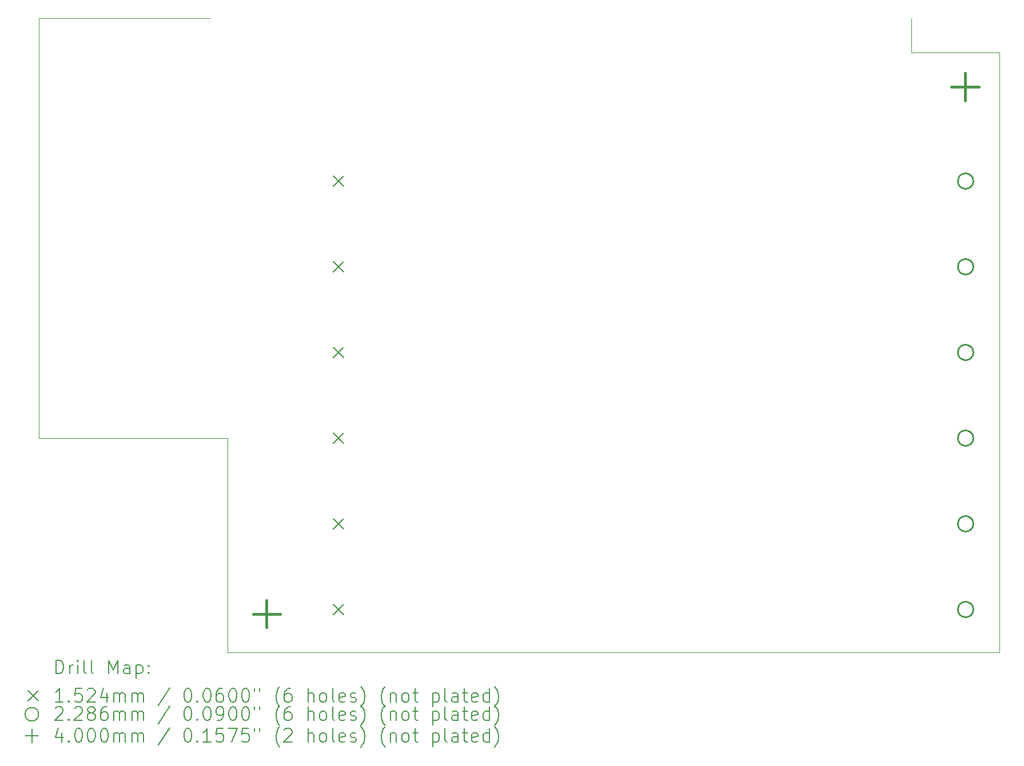
<source format=gbr>
%TF.GenerationSoftware,KiCad,Pcbnew,(6.0.7)*%
%TF.CreationDate,2022-10-12T10:44:46-05:00*%
%TF.ProjectId,CompaqPortableIIImemexp,436f6d70-6171-4506-9f72-7461626c6549,rev?*%
%TF.SameCoordinates,Original*%
%TF.FileFunction,Drillmap*%
%TF.FilePolarity,Positive*%
%FSLAX45Y45*%
G04 Gerber Fmt 4.5, Leading zero omitted, Abs format (unit mm)*
G04 Created by KiCad (PCBNEW (6.0.7)) date 2022-10-12 10:44:46*
%MOMM*%
%LPD*%
G01*
G04 APERTURE LIST*
%ADD10C,0.100000*%
%ADD11C,0.200000*%
%ADD12C,0.152400*%
%ADD13C,0.228600*%
%ADD14C,0.400000*%
G04 APERTURE END LIST*
D10*
X6604000Y-5461000D02*
X9144000Y-5461000D01*
X20828000Y-5969000D02*
X20828000Y-14859000D01*
X9398000Y-11684000D02*
X6604000Y-11684000D01*
X19522440Y-5969000D02*
X20828000Y-5969000D01*
X20828000Y-14859000D02*
X9398000Y-14859000D01*
X6604000Y-11684000D02*
X6604000Y-5461000D01*
X9398000Y-14859000D02*
X9398000Y-11684000D01*
X19522440Y-5969000D02*
X19522440Y-5461000D01*
D11*
D12*
X10966300Y-7797800D02*
X11118700Y-7950200D01*
X11118700Y-7797800D02*
X10966300Y-7950200D01*
X10966300Y-9067800D02*
X11118700Y-9220200D01*
X11118700Y-9067800D02*
X10966300Y-9220200D01*
X10966300Y-10337800D02*
X11118700Y-10490200D01*
X11118700Y-10337800D02*
X10966300Y-10490200D01*
X10966300Y-11607800D02*
X11118700Y-11760200D01*
X11118700Y-11607800D02*
X10966300Y-11760200D01*
X10966300Y-12877800D02*
X11118700Y-13030200D01*
X11118700Y-12877800D02*
X10966300Y-13030200D01*
X10966300Y-14147800D02*
X11118700Y-14300200D01*
X11118700Y-14147800D02*
X10966300Y-14300200D01*
D13*
X20440800Y-7874000D02*
G75*
G03*
X20440800Y-7874000I-114300J0D01*
G01*
X20440800Y-9144000D02*
G75*
G03*
X20440800Y-9144000I-114300J0D01*
G01*
X20440800Y-10414000D02*
G75*
G03*
X20440800Y-10414000I-114300J0D01*
G01*
X20440800Y-11684000D02*
G75*
G03*
X20440800Y-11684000I-114300J0D01*
G01*
X20440800Y-12954000D02*
G75*
G03*
X20440800Y-12954000I-114300J0D01*
G01*
X20440800Y-14224000D02*
G75*
G03*
X20440800Y-14224000I-114300J0D01*
G01*
D14*
X9976500Y-14087500D02*
X9976500Y-14487500D01*
X9776500Y-14287500D02*
X10176500Y-14287500D01*
X20320000Y-6277000D02*
X20320000Y-6677000D01*
X20120000Y-6477000D02*
X20520000Y-6477000D01*
D11*
X6856619Y-15174476D02*
X6856619Y-14974476D01*
X6904238Y-14974476D01*
X6932809Y-14984000D01*
X6951857Y-15003048D01*
X6961381Y-15022095D01*
X6970905Y-15060190D01*
X6970905Y-15088762D01*
X6961381Y-15126857D01*
X6951857Y-15145905D01*
X6932809Y-15164952D01*
X6904238Y-15174476D01*
X6856619Y-15174476D01*
X7056619Y-15174476D02*
X7056619Y-15041143D01*
X7056619Y-15079238D02*
X7066143Y-15060190D01*
X7075667Y-15050667D01*
X7094714Y-15041143D01*
X7113762Y-15041143D01*
X7180428Y-15174476D02*
X7180428Y-15041143D01*
X7180428Y-14974476D02*
X7170905Y-14984000D01*
X7180428Y-14993524D01*
X7189952Y-14984000D01*
X7180428Y-14974476D01*
X7180428Y-14993524D01*
X7304238Y-15174476D02*
X7285190Y-15164952D01*
X7275667Y-15145905D01*
X7275667Y-14974476D01*
X7409000Y-15174476D02*
X7389952Y-15164952D01*
X7380428Y-15145905D01*
X7380428Y-14974476D01*
X7637571Y-15174476D02*
X7637571Y-14974476D01*
X7704238Y-15117333D01*
X7770905Y-14974476D01*
X7770905Y-15174476D01*
X7951857Y-15174476D02*
X7951857Y-15069714D01*
X7942333Y-15050667D01*
X7923286Y-15041143D01*
X7885190Y-15041143D01*
X7866143Y-15050667D01*
X7951857Y-15164952D02*
X7932809Y-15174476D01*
X7885190Y-15174476D01*
X7866143Y-15164952D01*
X7856619Y-15145905D01*
X7856619Y-15126857D01*
X7866143Y-15107809D01*
X7885190Y-15098286D01*
X7932809Y-15098286D01*
X7951857Y-15088762D01*
X8047095Y-15041143D02*
X8047095Y-15241143D01*
X8047095Y-15050667D02*
X8066143Y-15041143D01*
X8104238Y-15041143D01*
X8123286Y-15050667D01*
X8132809Y-15060190D01*
X8142333Y-15079238D01*
X8142333Y-15136381D01*
X8132809Y-15155428D01*
X8123286Y-15164952D01*
X8104238Y-15174476D01*
X8066143Y-15174476D01*
X8047095Y-15164952D01*
X8228048Y-15155428D02*
X8237571Y-15164952D01*
X8228048Y-15174476D01*
X8218524Y-15164952D01*
X8228048Y-15155428D01*
X8228048Y-15174476D01*
X8228048Y-15050667D02*
X8237571Y-15060190D01*
X8228048Y-15069714D01*
X8218524Y-15060190D01*
X8228048Y-15050667D01*
X8228048Y-15069714D01*
D12*
X6446600Y-15427800D02*
X6599000Y-15580200D01*
X6599000Y-15427800D02*
X6446600Y-15580200D01*
D11*
X6961381Y-15594476D02*
X6847095Y-15594476D01*
X6904238Y-15594476D02*
X6904238Y-15394476D01*
X6885190Y-15423048D01*
X6866143Y-15442095D01*
X6847095Y-15451619D01*
X7047095Y-15575428D02*
X7056619Y-15584952D01*
X7047095Y-15594476D01*
X7037571Y-15584952D01*
X7047095Y-15575428D01*
X7047095Y-15594476D01*
X7237571Y-15394476D02*
X7142333Y-15394476D01*
X7132809Y-15489714D01*
X7142333Y-15480190D01*
X7161381Y-15470667D01*
X7209000Y-15470667D01*
X7228048Y-15480190D01*
X7237571Y-15489714D01*
X7247095Y-15508762D01*
X7247095Y-15556381D01*
X7237571Y-15575428D01*
X7228048Y-15584952D01*
X7209000Y-15594476D01*
X7161381Y-15594476D01*
X7142333Y-15584952D01*
X7132809Y-15575428D01*
X7323286Y-15413524D02*
X7332809Y-15404000D01*
X7351857Y-15394476D01*
X7399476Y-15394476D01*
X7418524Y-15404000D01*
X7428048Y-15413524D01*
X7437571Y-15432571D01*
X7437571Y-15451619D01*
X7428048Y-15480190D01*
X7313762Y-15594476D01*
X7437571Y-15594476D01*
X7609000Y-15461143D02*
X7609000Y-15594476D01*
X7561381Y-15384952D02*
X7513762Y-15527809D01*
X7637571Y-15527809D01*
X7713762Y-15594476D02*
X7713762Y-15461143D01*
X7713762Y-15480190D02*
X7723286Y-15470667D01*
X7742333Y-15461143D01*
X7770905Y-15461143D01*
X7789952Y-15470667D01*
X7799476Y-15489714D01*
X7799476Y-15594476D01*
X7799476Y-15489714D02*
X7809000Y-15470667D01*
X7828048Y-15461143D01*
X7856619Y-15461143D01*
X7875667Y-15470667D01*
X7885190Y-15489714D01*
X7885190Y-15594476D01*
X7980428Y-15594476D02*
X7980428Y-15461143D01*
X7980428Y-15480190D02*
X7989952Y-15470667D01*
X8009000Y-15461143D01*
X8037571Y-15461143D01*
X8056619Y-15470667D01*
X8066143Y-15489714D01*
X8066143Y-15594476D01*
X8066143Y-15489714D02*
X8075667Y-15470667D01*
X8094714Y-15461143D01*
X8123286Y-15461143D01*
X8142333Y-15470667D01*
X8151857Y-15489714D01*
X8151857Y-15594476D01*
X8542333Y-15384952D02*
X8370905Y-15642095D01*
X8799476Y-15394476D02*
X8818524Y-15394476D01*
X8837571Y-15404000D01*
X8847095Y-15413524D01*
X8856619Y-15432571D01*
X8866143Y-15470667D01*
X8866143Y-15518286D01*
X8856619Y-15556381D01*
X8847095Y-15575428D01*
X8837571Y-15584952D01*
X8818524Y-15594476D01*
X8799476Y-15594476D01*
X8780429Y-15584952D01*
X8770905Y-15575428D01*
X8761381Y-15556381D01*
X8751857Y-15518286D01*
X8751857Y-15470667D01*
X8761381Y-15432571D01*
X8770905Y-15413524D01*
X8780429Y-15404000D01*
X8799476Y-15394476D01*
X8951857Y-15575428D02*
X8961381Y-15584952D01*
X8951857Y-15594476D01*
X8942333Y-15584952D01*
X8951857Y-15575428D01*
X8951857Y-15594476D01*
X9085190Y-15394476D02*
X9104238Y-15394476D01*
X9123286Y-15404000D01*
X9132810Y-15413524D01*
X9142333Y-15432571D01*
X9151857Y-15470667D01*
X9151857Y-15518286D01*
X9142333Y-15556381D01*
X9132810Y-15575428D01*
X9123286Y-15584952D01*
X9104238Y-15594476D01*
X9085190Y-15594476D01*
X9066143Y-15584952D01*
X9056619Y-15575428D01*
X9047095Y-15556381D01*
X9037571Y-15518286D01*
X9037571Y-15470667D01*
X9047095Y-15432571D01*
X9056619Y-15413524D01*
X9066143Y-15404000D01*
X9085190Y-15394476D01*
X9323286Y-15394476D02*
X9285190Y-15394476D01*
X9266143Y-15404000D01*
X9256619Y-15413524D01*
X9237571Y-15442095D01*
X9228048Y-15480190D01*
X9228048Y-15556381D01*
X9237571Y-15575428D01*
X9247095Y-15584952D01*
X9266143Y-15594476D01*
X9304238Y-15594476D01*
X9323286Y-15584952D01*
X9332810Y-15575428D01*
X9342333Y-15556381D01*
X9342333Y-15508762D01*
X9332810Y-15489714D01*
X9323286Y-15480190D01*
X9304238Y-15470667D01*
X9266143Y-15470667D01*
X9247095Y-15480190D01*
X9237571Y-15489714D01*
X9228048Y-15508762D01*
X9466143Y-15394476D02*
X9485190Y-15394476D01*
X9504238Y-15404000D01*
X9513762Y-15413524D01*
X9523286Y-15432571D01*
X9532810Y-15470667D01*
X9532810Y-15518286D01*
X9523286Y-15556381D01*
X9513762Y-15575428D01*
X9504238Y-15584952D01*
X9485190Y-15594476D01*
X9466143Y-15594476D01*
X9447095Y-15584952D01*
X9437571Y-15575428D01*
X9428048Y-15556381D01*
X9418524Y-15518286D01*
X9418524Y-15470667D01*
X9428048Y-15432571D01*
X9437571Y-15413524D01*
X9447095Y-15404000D01*
X9466143Y-15394476D01*
X9656619Y-15394476D02*
X9675667Y-15394476D01*
X9694714Y-15404000D01*
X9704238Y-15413524D01*
X9713762Y-15432571D01*
X9723286Y-15470667D01*
X9723286Y-15518286D01*
X9713762Y-15556381D01*
X9704238Y-15575428D01*
X9694714Y-15584952D01*
X9675667Y-15594476D01*
X9656619Y-15594476D01*
X9637571Y-15584952D01*
X9628048Y-15575428D01*
X9618524Y-15556381D01*
X9609000Y-15518286D01*
X9609000Y-15470667D01*
X9618524Y-15432571D01*
X9628048Y-15413524D01*
X9637571Y-15404000D01*
X9656619Y-15394476D01*
X9799476Y-15394476D02*
X9799476Y-15432571D01*
X9875667Y-15394476D02*
X9875667Y-15432571D01*
X10170905Y-15670667D02*
X10161381Y-15661143D01*
X10142333Y-15632571D01*
X10132810Y-15613524D01*
X10123286Y-15584952D01*
X10113762Y-15537333D01*
X10113762Y-15499238D01*
X10123286Y-15451619D01*
X10132810Y-15423048D01*
X10142333Y-15404000D01*
X10161381Y-15375428D01*
X10170905Y-15365905D01*
X10332810Y-15394476D02*
X10294714Y-15394476D01*
X10275667Y-15404000D01*
X10266143Y-15413524D01*
X10247095Y-15442095D01*
X10237571Y-15480190D01*
X10237571Y-15556381D01*
X10247095Y-15575428D01*
X10256619Y-15584952D01*
X10275667Y-15594476D01*
X10313762Y-15594476D01*
X10332810Y-15584952D01*
X10342333Y-15575428D01*
X10351857Y-15556381D01*
X10351857Y-15508762D01*
X10342333Y-15489714D01*
X10332810Y-15480190D01*
X10313762Y-15470667D01*
X10275667Y-15470667D01*
X10256619Y-15480190D01*
X10247095Y-15489714D01*
X10237571Y-15508762D01*
X10589952Y-15594476D02*
X10589952Y-15394476D01*
X10675667Y-15594476D02*
X10675667Y-15489714D01*
X10666143Y-15470667D01*
X10647095Y-15461143D01*
X10618524Y-15461143D01*
X10599476Y-15470667D01*
X10589952Y-15480190D01*
X10799476Y-15594476D02*
X10780429Y-15584952D01*
X10770905Y-15575428D01*
X10761381Y-15556381D01*
X10761381Y-15499238D01*
X10770905Y-15480190D01*
X10780429Y-15470667D01*
X10799476Y-15461143D01*
X10828048Y-15461143D01*
X10847095Y-15470667D01*
X10856619Y-15480190D01*
X10866143Y-15499238D01*
X10866143Y-15556381D01*
X10856619Y-15575428D01*
X10847095Y-15584952D01*
X10828048Y-15594476D01*
X10799476Y-15594476D01*
X10980429Y-15594476D02*
X10961381Y-15584952D01*
X10951857Y-15565905D01*
X10951857Y-15394476D01*
X11132810Y-15584952D02*
X11113762Y-15594476D01*
X11075667Y-15594476D01*
X11056619Y-15584952D01*
X11047095Y-15565905D01*
X11047095Y-15489714D01*
X11056619Y-15470667D01*
X11075667Y-15461143D01*
X11113762Y-15461143D01*
X11132810Y-15470667D01*
X11142333Y-15489714D01*
X11142333Y-15508762D01*
X11047095Y-15527809D01*
X11218524Y-15584952D02*
X11237571Y-15594476D01*
X11275667Y-15594476D01*
X11294714Y-15584952D01*
X11304238Y-15565905D01*
X11304238Y-15556381D01*
X11294714Y-15537333D01*
X11275667Y-15527809D01*
X11247095Y-15527809D01*
X11228048Y-15518286D01*
X11218524Y-15499238D01*
X11218524Y-15489714D01*
X11228048Y-15470667D01*
X11247095Y-15461143D01*
X11275667Y-15461143D01*
X11294714Y-15470667D01*
X11370905Y-15670667D02*
X11380428Y-15661143D01*
X11399476Y-15632571D01*
X11409000Y-15613524D01*
X11418524Y-15584952D01*
X11428048Y-15537333D01*
X11428048Y-15499238D01*
X11418524Y-15451619D01*
X11409000Y-15423048D01*
X11399476Y-15404000D01*
X11380428Y-15375428D01*
X11370905Y-15365905D01*
X11732809Y-15670667D02*
X11723286Y-15661143D01*
X11704238Y-15632571D01*
X11694714Y-15613524D01*
X11685190Y-15584952D01*
X11675667Y-15537333D01*
X11675667Y-15499238D01*
X11685190Y-15451619D01*
X11694714Y-15423048D01*
X11704238Y-15404000D01*
X11723286Y-15375428D01*
X11732809Y-15365905D01*
X11809000Y-15461143D02*
X11809000Y-15594476D01*
X11809000Y-15480190D02*
X11818524Y-15470667D01*
X11837571Y-15461143D01*
X11866143Y-15461143D01*
X11885190Y-15470667D01*
X11894714Y-15489714D01*
X11894714Y-15594476D01*
X12018524Y-15594476D02*
X11999476Y-15584952D01*
X11989952Y-15575428D01*
X11980428Y-15556381D01*
X11980428Y-15499238D01*
X11989952Y-15480190D01*
X11999476Y-15470667D01*
X12018524Y-15461143D01*
X12047095Y-15461143D01*
X12066143Y-15470667D01*
X12075667Y-15480190D01*
X12085190Y-15499238D01*
X12085190Y-15556381D01*
X12075667Y-15575428D01*
X12066143Y-15584952D01*
X12047095Y-15594476D01*
X12018524Y-15594476D01*
X12142333Y-15461143D02*
X12218524Y-15461143D01*
X12170905Y-15394476D02*
X12170905Y-15565905D01*
X12180428Y-15584952D01*
X12199476Y-15594476D01*
X12218524Y-15594476D01*
X12437571Y-15461143D02*
X12437571Y-15661143D01*
X12437571Y-15470667D02*
X12456619Y-15461143D01*
X12494714Y-15461143D01*
X12513762Y-15470667D01*
X12523286Y-15480190D01*
X12532809Y-15499238D01*
X12532809Y-15556381D01*
X12523286Y-15575428D01*
X12513762Y-15584952D01*
X12494714Y-15594476D01*
X12456619Y-15594476D01*
X12437571Y-15584952D01*
X12647095Y-15594476D02*
X12628048Y-15584952D01*
X12618524Y-15565905D01*
X12618524Y-15394476D01*
X12809000Y-15594476D02*
X12809000Y-15489714D01*
X12799476Y-15470667D01*
X12780428Y-15461143D01*
X12742333Y-15461143D01*
X12723286Y-15470667D01*
X12809000Y-15584952D02*
X12789952Y-15594476D01*
X12742333Y-15594476D01*
X12723286Y-15584952D01*
X12713762Y-15565905D01*
X12713762Y-15546857D01*
X12723286Y-15527809D01*
X12742333Y-15518286D01*
X12789952Y-15518286D01*
X12809000Y-15508762D01*
X12875667Y-15461143D02*
X12951857Y-15461143D01*
X12904238Y-15394476D02*
X12904238Y-15565905D01*
X12913762Y-15584952D01*
X12932809Y-15594476D01*
X12951857Y-15594476D01*
X13094714Y-15584952D02*
X13075667Y-15594476D01*
X13037571Y-15594476D01*
X13018524Y-15584952D01*
X13009000Y-15565905D01*
X13009000Y-15489714D01*
X13018524Y-15470667D01*
X13037571Y-15461143D01*
X13075667Y-15461143D01*
X13094714Y-15470667D01*
X13104238Y-15489714D01*
X13104238Y-15508762D01*
X13009000Y-15527809D01*
X13275667Y-15594476D02*
X13275667Y-15394476D01*
X13275667Y-15584952D02*
X13256619Y-15594476D01*
X13218524Y-15594476D01*
X13199476Y-15584952D01*
X13189952Y-15575428D01*
X13180428Y-15556381D01*
X13180428Y-15499238D01*
X13189952Y-15480190D01*
X13199476Y-15470667D01*
X13218524Y-15461143D01*
X13256619Y-15461143D01*
X13275667Y-15470667D01*
X13351857Y-15670667D02*
X13361381Y-15661143D01*
X13380428Y-15632571D01*
X13389952Y-15613524D01*
X13399476Y-15584952D01*
X13409000Y-15537333D01*
X13409000Y-15499238D01*
X13399476Y-15451619D01*
X13389952Y-15423048D01*
X13380428Y-15404000D01*
X13361381Y-15375428D01*
X13351857Y-15365905D01*
X6599000Y-15776400D02*
G75*
G03*
X6599000Y-15776400I-100000J0D01*
G01*
X6847095Y-15685924D02*
X6856619Y-15676400D01*
X6875667Y-15666876D01*
X6923286Y-15666876D01*
X6942333Y-15676400D01*
X6951857Y-15685924D01*
X6961381Y-15704971D01*
X6961381Y-15724019D01*
X6951857Y-15752590D01*
X6837571Y-15866876D01*
X6961381Y-15866876D01*
X7047095Y-15847828D02*
X7056619Y-15857352D01*
X7047095Y-15866876D01*
X7037571Y-15857352D01*
X7047095Y-15847828D01*
X7047095Y-15866876D01*
X7132809Y-15685924D02*
X7142333Y-15676400D01*
X7161381Y-15666876D01*
X7209000Y-15666876D01*
X7228048Y-15676400D01*
X7237571Y-15685924D01*
X7247095Y-15704971D01*
X7247095Y-15724019D01*
X7237571Y-15752590D01*
X7123286Y-15866876D01*
X7247095Y-15866876D01*
X7361381Y-15752590D02*
X7342333Y-15743067D01*
X7332809Y-15733543D01*
X7323286Y-15714495D01*
X7323286Y-15704971D01*
X7332809Y-15685924D01*
X7342333Y-15676400D01*
X7361381Y-15666876D01*
X7399476Y-15666876D01*
X7418524Y-15676400D01*
X7428048Y-15685924D01*
X7437571Y-15704971D01*
X7437571Y-15714495D01*
X7428048Y-15733543D01*
X7418524Y-15743067D01*
X7399476Y-15752590D01*
X7361381Y-15752590D01*
X7342333Y-15762114D01*
X7332809Y-15771638D01*
X7323286Y-15790686D01*
X7323286Y-15828781D01*
X7332809Y-15847828D01*
X7342333Y-15857352D01*
X7361381Y-15866876D01*
X7399476Y-15866876D01*
X7418524Y-15857352D01*
X7428048Y-15847828D01*
X7437571Y-15828781D01*
X7437571Y-15790686D01*
X7428048Y-15771638D01*
X7418524Y-15762114D01*
X7399476Y-15752590D01*
X7609000Y-15666876D02*
X7570905Y-15666876D01*
X7551857Y-15676400D01*
X7542333Y-15685924D01*
X7523286Y-15714495D01*
X7513762Y-15752590D01*
X7513762Y-15828781D01*
X7523286Y-15847828D01*
X7532809Y-15857352D01*
X7551857Y-15866876D01*
X7589952Y-15866876D01*
X7609000Y-15857352D01*
X7618524Y-15847828D01*
X7628048Y-15828781D01*
X7628048Y-15781162D01*
X7618524Y-15762114D01*
X7609000Y-15752590D01*
X7589952Y-15743067D01*
X7551857Y-15743067D01*
X7532809Y-15752590D01*
X7523286Y-15762114D01*
X7513762Y-15781162D01*
X7713762Y-15866876D02*
X7713762Y-15733543D01*
X7713762Y-15752590D02*
X7723286Y-15743067D01*
X7742333Y-15733543D01*
X7770905Y-15733543D01*
X7789952Y-15743067D01*
X7799476Y-15762114D01*
X7799476Y-15866876D01*
X7799476Y-15762114D02*
X7809000Y-15743067D01*
X7828048Y-15733543D01*
X7856619Y-15733543D01*
X7875667Y-15743067D01*
X7885190Y-15762114D01*
X7885190Y-15866876D01*
X7980428Y-15866876D02*
X7980428Y-15733543D01*
X7980428Y-15752590D02*
X7989952Y-15743067D01*
X8009000Y-15733543D01*
X8037571Y-15733543D01*
X8056619Y-15743067D01*
X8066143Y-15762114D01*
X8066143Y-15866876D01*
X8066143Y-15762114D02*
X8075667Y-15743067D01*
X8094714Y-15733543D01*
X8123286Y-15733543D01*
X8142333Y-15743067D01*
X8151857Y-15762114D01*
X8151857Y-15866876D01*
X8542333Y-15657352D02*
X8370905Y-15914495D01*
X8799476Y-15666876D02*
X8818524Y-15666876D01*
X8837571Y-15676400D01*
X8847095Y-15685924D01*
X8856619Y-15704971D01*
X8866143Y-15743067D01*
X8866143Y-15790686D01*
X8856619Y-15828781D01*
X8847095Y-15847828D01*
X8837571Y-15857352D01*
X8818524Y-15866876D01*
X8799476Y-15866876D01*
X8780429Y-15857352D01*
X8770905Y-15847828D01*
X8761381Y-15828781D01*
X8751857Y-15790686D01*
X8751857Y-15743067D01*
X8761381Y-15704971D01*
X8770905Y-15685924D01*
X8780429Y-15676400D01*
X8799476Y-15666876D01*
X8951857Y-15847828D02*
X8961381Y-15857352D01*
X8951857Y-15866876D01*
X8942333Y-15857352D01*
X8951857Y-15847828D01*
X8951857Y-15866876D01*
X9085190Y-15666876D02*
X9104238Y-15666876D01*
X9123286Y-15676400D01*
X9132810Y-15685924D01*
X9142333Y-15704971D01*
X9151857Y-15743067D01*
X9151857Y-15790686D01*
X9142333Y-15828781D01*
X9132810Y-15847828D01*
X9123286Y-15857352D01*
X9104238Y-15866876D01*
X9085190Y-15866876D01*
X9066143Y-15857352D01*
X9056619Y-15847828D01*
X9047095Y-15828781D01*
X9037571Y-15790686D01*
X9037571Y-15743067D01*
X9047095Y-15704971D01*
X9056619Y-15685924D01*
X9066143Y-15676400D01*
X9085190Y-15666876D01*
X9247095Y-15866876D02*
X9285190Y-15866876D01*
X9304238Y-15857352D01*
X9313762Y-15847828D01*
X9332810Y-15819257D01*
X9342333Y-15781162D01*
X9342333Y-15704971D01*
X9332810Y-15685924D01*
X9323286Y-15676400D01*
X9304238Y-15666876D01*
X9266143Y-15666876D01*
X9247095Y-15676400D01*
X9237571Y-15685924D01*
X9228048Y-15704971D01*
X9228048Y-15752590D01*
X9237571Y-15771638D01*
X9247095Y-15781162D01*
X9266143Y-15790686D01*
X9304238Y-15790686D01*
X9323286Y-15781162D01*
X9332810Y-15771638D01*
X9342333Y-15752590D01*
X9466143Y-15666876D02*
X9485190Y-15666876D01*
X9504238Y-15676400D01*
X9513762Y-15685924D01*
X9523286Y-15704971D01*
X9532810Y-15743067D01*
X9532810Y-15790686D01*
X9523286Y-15828781D01*
X9513762Y-15847828D01*
X9504238Y-15857352D01*
X9485190Y-15866876D01*
X9466143Y-15866876D01*
X9447095Y-15857352D01*
X9437571Y-15847828D01*
X9428048Y-15828781D01*
X9418524Y-15790686D01*
X9418524Y-15743067D01*
X9428048Y-15704971D01*
X9437571Y-15685924D01*
X9447095Y-15676400D01*
X9466143Y-15666876D01*
X9656619Y-15666876D02*
X9675667Y-15666876D01*
X9694714Y-15676400D01*
X9704238Y-15685924D01*
X9713762Y-15704971D01*
X9723286Y-15743067D01*
X9723286Y-15790686D01*
X9713762Y-15828781D01*
X9704238Y-15847828D01*
X9694714Y-15857352D01*
X9675667Y-15866876D01*
X9656619Y-15866876D01*
X9637571Y-15857352D01*
X9628048Y-15847828D01*
X9618524Y-15828781D01*
X9609000Y-15790686D01*
X9609000Y-15743067D01*
X9618524Y-15704971D01*
X9628048Y-15685924D01*
X9637571Y-15676400D01*
X9656619Y-15666876D01*
X9799476Y-15666876D02*
X9799476Y-15704971D01*
X9875667Y-15666876D02*
X9875667Y-15704971D01*
X10170905Y-15943067D02*
X10161381Y-15933543D01*
X10142333Y-15904971D01*
X10132810Y-15885924D01*
X10123286Y-15857352D01*
X10113762Y-15809733D01*
X10113762Y-15771638D01*
X10123286Y-15724019D01*
X10132810Y-15695448D01*
X10142333Y-15676400D01*
X10161381Y-15647828D01*
X10170905Y-15638305D01*
X10332810Y-15666876D02*
X10294714Y-15666876D01*
X10275667Y-15676400D01*
X10266143Y-15685924D01*
X10247095Y-15714495D01*
X10237571Y-15752590D01*
X10237571Y-15828781D01*
X10247095Y-15847828D01*
X10256619Y-15857352D01*
X10275667Y-15866876D01*
X10313762Y-15866876D01*
X10332810Y-15857352D01*
X10342333Y-15847828D01*
X10351857Y-15828781D01*
X10351857Y-15781162D01*
X10342333Y-15762114D01*
X10332810Y-15752590D01*
X10313762Y-15743067D01*
X10275667Y-15743067D01*
X10256619Y-15752590D01*
X10247095Y-15762114D01*
X10237571Y-15781162D01*
X10589952Y-15866876D02*
X10589952Y-15666876D01*
X10675667Y-15866876D02*
X10675667Y-15762114D01*
X10666143Y-15743067D01*
X10647095Y-15733543D01*
X10618524Y-15733543D01*
X10599476Y-15743067D01*
X10589952Y-15752590D01*
X10799476Y-15866876D02*
X10780429Y-15857352D01*
X10770905Y-15847828D01*
X10761381Y-15828781D01*
X10761381Y-15771638D01*
X10770905Y-15752590D01*
X10780429Y-15743067D01*
X10799476Y-15733543D01*
X10828048Y-15733543D01*
X10847095Y-15743067D01*
X10856619Y-15752590D01*
X10866143Y-15771638D01*
X10866143Y-15828781D01*
X10856619Y-15847828D01*
X10847095Y-15857352D01*
X10828048Y-15866876D01*
X10799476Y-15866876D01*
X10980429Y-15866876D02*
X10961381Y-15857352D01*
X10951857Y-15838305D01*
X10951857Y-15666876D01*
X11132810Y-15857352D02*
X11113762Y-15866876D01*
X11075667Y-15866876D01*
X11056619Y-15857352D01*
X11047095Y-15838305D01*
X11047095Y-15762114D01*
X11056619Y-15743067D01*
X11075667Y-15733543D01*
X11113762Y-15733543D01*
X11132810Y-15743067D01*
X11142333Y-15762114D01*
X11142333Y-15781162D01*
X11047095Y-15800209D01*
X11218524Y-15857352D02*
X11237571Y-15866876D01*
X11275667Y-15866876D01*
X11294714Y-15857352D01*
X11304238Y-15838305D01*
X11304238Y-15828781D01*
X11294714Y-15809733D01*
X11275667Y-15800209D01*
X11247095Y-15800209D01*
X11228048Y-15790686D01*
X11218524Y-15771638D01*
X11218524Y-15762114D01*
X11228048Y-15743067D01*
X11247095Y-15733543D01*
X11275667Y-15733543D01*
X11294714Y-15743067D01*
X11370905Y-15943067D02*
X11380428Y-15933543D01*
X11399476Y-15904971D01*
X11409000Y-15885924D01*
X11418524Y-15857352D01*
X11428048Y-15809733D01*
X11428048Y-15771638D01*
X11418524Y-15724019D01*
X11409000Y-15695448D01*
X11399476Y-15676400D01*
X11380428Y-15647828D01*
X11370905Y-15638305D01*
X11732809Y-15943067D02*
X11723286Y-15933543D01*
X11704238Y-15904971D01*
X11694714Y-15885924D01*
X11685190Y-15857352D01*
X11675667Y-15809733D01*
X11675667Y-15771638D01*
X11685190Y-15724019D01*
X11694714Y-15695448D01*
X11704238Y-15676400D01*
X11723286Y-15647828D01*
X11732809Y-15638305D01*
X11809000Y-15733543D02*
X11809000Y-15866876D01*
X11809000Y-15752590D02*
X11818524Y-15743067D01*
X11837571Y-15733543D01*
X11866143Y-15733543D01*
X11885190Y-15743067D01*
X11894714Y-15762114D01*
X11894714Y-15866876D01*
X12018524Y-15866876D02*
X11999476Y-15857352D01*
X11989952Y-15847828D01*
X11980428Y-15828781D01*
X11980428Y-15771638D01*
X11989952Y-15752590D01*
X11999476Y-15743067D01*
X12018524Y-15733543D01*
X12047095Y-15733543D01*
X12066143Y-15743067D01*
X12075667Y-15752590D01*
X12085190Y-15771638D01*
X12085190Y-15828781D01*
X12075667Y-15847828D01*
X12066143Y-15857352D01*
X12047095Y-15866876D01*
X12018524Y-15866876D01*
X12142333Y-15733543D02*
X12218524Y-15733543D01*
X12170905Y-15666876D02*
X12170905Y-15838305D01*
X12180428Y-15857352D01*
X12199476Y-15866876D01*
X12218524Y-15866876D01*
X12437571Y-15733543D02*
X12437571Y-15933543D01*
X12437571Y-15743067D02*
X12456619Y-15733543D01*
X12494714Y-15733543D01*
X12513762Y-15743067D01*
X12523286Y-15752590D01*
X12532809Y-15771638D01*
X12532809Y-15828781D01*
X12523286Y-15847828D01*
X12513762Y-15857352D01*
X12494714Y-15866876D01*
X12456619Y-15866876D01*
X12437571Y-15857352D01*
X12647095Y-15866876D02*
X12628048Y-15857352D01*
X12618524Y-15838305D01*
X12618524Y-15666876D01*
X12809000Y-15866876D02*
X12809000Y-15762114D01*
X12799476Y-15743067D01*
X12780428Y-15733543D01*
X12742333Y-15733543D01*
X12723286Y-15743067D01*
X12809000Y-15857352D02*
X12789952Y-15866876D01*
X12742333Y-15866876D01*
X12723286Y-15857352D01*
X12713762Y-15838305D01*
X12713762Y-15819257D01*
X12723286Y-15800209D01*
X12742333Y-15790686D01*
X12789952Y-15790686D01*
X12809000Y-15781162D01*
X12875667Y-15733543D02*
X12951857Y-15733543D01*
X12904238Y-15666876D02*
X12904238Y-15838305D01*
X12913762Y-15857352D01*
X12932809Y-15866876D01*
X12951857Y-15866876D01*
X13094714Y-15857352D02*
X13075667Y-15866876D01*
X13037571Y-15866876D01*
X13018524Y-15857352D01*
X13009000Y-15838305D01*
X13009000Y-15762114D01*
X13018524Y-15743067D01*
X13037571Y-15733543D01*
X13075667Y-15733543D01*
X13094714Y-15743067D01*
X13104238Y-15762114D01*
X13104238Y-15781162D01*
X13009000Y-15800209D01*
X13275667Y-15866876D02*
X13275667Y-15666876D01*
X13275667Y-15857352D02*
X13256619Y-15866876D01*
X13218524Y-15866876D01*
X13199476Y-15857352D01*
X13189952Y-15847828D01*
X13180428Y-15828781D01*
X13180428Y-15771638D01*
X13189952Y-15752590D01*
X13199476Y-15743067D01*
X13218524Y-15733543D01*
X13256619Y-15733543D01*
X13275667Y-15743067D01*
X13351857Y-15943067D02*
X13361381Y-15933543D01*
X13380428Y-15904971D01*
X13389952Y-15885924D01*
X13399476Y-15857352D01*
X13409000Y-15809733D01*
X13409000Y-15771638D01*
X13399476Y-15724019D01*
X13389952Y-15695448D01*
X13380428Y-15676400D01*
X13361381Y-15647828D01*
X13351857Y-15638305D01*
X6499000Y-15996400D02*
X6499000Y-16196400D01*
X6399000Y-16096400D02*
X6599000Y-16096400D01*
X6942333Y-16053543D02*
X6942333Y-16186876D01*
X6894714Y-15977352D02*
X6847095Y-16120209D01*
X6970905Y-16120209D01*
X7047095Y-16167828D02*
X7056619Y-16177352D01*
X7047095Y-16186876D01*
X7037571Y-16177352D01*
X7047095Y-16167828D01*
X7047095Y-16186876D01*
X7180428Y-15986876D02*
X7199476Y-15986876D01*
X7218524Y-15996400D01*
X7228048Y-16005924D01*
X7237571Y-16024971D01*
X7247095Y-16063067D01*
X7247095Y-16110686D01*
X7237571Y-16148781D01*
X7228048Y-16167828D01*
X7218524Y-16177352D01*
X7199476Y-16186876D01*
X7180428Y-16186876D01*
X7161381Y-16177352D01*
X7151857Y-16167828D01*
X7142333Y-16148781D01*
X7132809Y-16110686D01*
X7132809Y-16063067D01*
X7142333Y-16024971D01*
X7151857Y-16005924D01*
X7161381Y-15996400D01*
X7180428Y-15986876D01*
X7370905Y-15986876D02*
X7389952Y-15986876D01*
X7409000Y-15996400D01*
X7418524Y-16005924D01*
X7428048Y-16024971D01*
X7437571Y-16063067D01*
X7437571Y-16110686D01*
X7428048Y-16148781D01*
X7418524Y-16167828D01*
X7409000Y-16177352D01*
X7389952Y-16186876D01*
X7370905Y-16186876D01*
X7351857Y-16177352D01*
X7342333Y-16167828D01*
X7332809Y-16148781D01*
X7323286Y-16110686D01*
X7323286Y-16063067D01*
X7332809Y-16024971D01*
X7342333Y-16005924D01*
X7351857Y-15996400D01*
X7370905Y-15986876D01*
X7561381Y-15986876D02*
X7580428Y-15986876D01*
X7599476Y-15996400D01*
X7609000Y-16005924D01*
X7618524Y-16024971D01*
X7628048Y-16063067D01*
X7628048Y-16110686D01*
X7618524Y-16148781D01*
X7609000Y-16167828D01*
X7599476Y-16177352D01*
X7580428Y-16186876D01*
X7561381Y-16186876D01*
X7542333Y-16177352D01*
X7532809Y-16167828D01*
X7523286Y-16148781D01*
X7513762Y-16110686D01*
X7513762Y-16063067D01*
X7523286Y-16024971D01*
X7532809Y-16005924D01*
X7542333Y-15996400D01*
X7561381Y-15986876D01*
X7713762Y-16186876D02*
X7713762Y-16053543D01*
X7713762Y-16072590D02*
X7723286Y-16063067D01*
X7742333Y-16053543D01*
X7770905Y-16053543D01*
X7789952Y-16063067D01*
X7799476Y-16082114D01*
X7799476Y-16186876D01*
X7799476Y-16082114D02*
X7809000Y-16063067D01*
X7828048Y-16053543D01*
X7856619Y-16053543D01*
X7875667Y-16063067D01*
X7885190Y-16082114D01*
X7885190Y-16186876D01*
X7980428Y-16186876D02*
X7980428Y-16053543D01*
X7980428Y-16072590D02*
X7989952Y-16063067D01*
X8009000Y-16053543D01*
X8037571Y-16053543D01*
X8056619Y-16063067D01*
X8066143Y-16082114D01*
X8066143Y-16186876D01*
X8066143Y-16082114D02*
X8075667Y-16063067D01*
X8094714Y-16053543D01*
X8123286Y-16053543D01*
X8142333Y-16063067D01*
X8151857Y-16082114D01*
X8151857Y-16186876D01*
X8542333Y-15977352D02*
X8370905Y-16234495D01*
X8799476Y-15986876D02*
X8818524Y-15986876D01*
X8837571Y-15996400D01*
X8847095Y-16005924D01*
X8856619Y-16024971D01*
X8866143Y-16063067D01*
X8866143Y-16110686D01*
X8856619Y-16148781D01*
X8847095Y-16167828D01*
X8837571Y-16177352D01*
X8818524Y-16186876D01*
X8799476Y-16186876D01*
X8780429Y-16177352D01*
X8770905Y-16167828D01*
X8761381Y-16148781D01*
X8751857Y-16110686D01*
X8751857Y-16063067D01*
X8761381Y-16024971D01*
X8770905Y-16005924D01*
X8780429Y-15996400D01*
X8799476Y-15986876D01*
X8951857Y-16167828D02*
X8961381Y-16177352D01*
X8951857Y-16186876D01*
X8942333Y-16177352D01*
X8951857Y-16167828D01*
X8951857Y-16186876D01*
X9151857Y-16186876D02*
X9037571Y-16186876D01*
X9094714Y-16186876D02*
X9094714Y-15986876D01*
X9075667Y-16015448D01*
X9056619Y-16034495D01*
X9037571Y-16044019D01*
X9332810Y-15986876D02*
X9237571Y-15986876D01*
X9228048Y-16082114D01*
X9237571Y-16072590D01*
X9256619Y-16063067D01*
X9304238Y-16063067D01*
X9323286Y-16072590D01*
X9332810Y-16082114D01*
X9342333Y-16101162D01*
X9342333Y-16148781D01*
X9332810Y-16167828D01*
X9323286Y-16177352D01*
X9304238Y-16186876D01*
X9256619Y-16186876D01*
X9237571Y-16177352D01*
X9228048Y-16167828D01*
X9409000Y-15986876D02*
X9542333Y-15986876D01*
X9456619Y-16186876D01*
X9713762Y-15986876D02*
X9618524Y-15986876D01*
X9609000Y-16082114D01*
X9618524Y-16072590D01*
X9637571Y-16063067D01*
X9685190Y-16063067D01*
X9704238Y-16072590D01*
X9713762Y-16082114D01*
X9723286Y-16101162D01*
X9723286Y-16148781D01*
X9713762Y-16167828D01*
X9704238Y-16177352D01*
X9685190Y-16186876D01*
X9637571Y-16186876D01*
X9618524Y-16177352D01*
X9609000Y-16167828D01*
X9799476Y-15986876D02*
X9799476Y-16024971D01*
X9875667Y-15986876D02*
X9875667Y-16024971D01*
X10170905Y-16263067D02*
X10161381Y-16253543D01*
X10142333Y-16224971D01*
X10132810Y-16205924D01*
X10123286Y-16177352D01*
X10113762Y-16129733D01*
X10113762Y-16091638D01*
X10123286Y-16044019D01*
X10132810Y-16015448D01*
X10142333Y-15996400D01*
X10161381Y-15967828D01*
X10170905Y-15958305D01*
X10237571Y-16005924D02*
X10247095Y-15996400D01*
X10266143Y-15986876D01*
X10313762Y-15986876D01*
X10332810Y-15996400D01*
X10342333Y-16005924D01*
X10351857Y-16024971D01*
X10351857Y-16044019D01*
X10342333Y-16072590D01*
X10228048Y-16186876D01*
X10351857Y-16186876D01*
X10589952Y-16186876D02*
X10589952Y-15986876D01*
X10675667Y-16186876D02*
X10675667Y-16082114D01*
X10666143Y-16063067D01*
X10647095Y-16053543D01*
X10618524Y-16053543D01*
X10599476Y-16063067D01*
X10589952Y-16072590D01*
X10799476Y-16186876D02*
X10780429Y-16177352D01*
X10770905Y-16167828D01*
X10761381Y-16148781D01*
X10761381Y-16091638D01*
X10770905Y-16072590D01*
X10780429Y-16063067D01*
X10799476Y-16053543D01*
X10828048Y-16053543D01*
X10847095Y-16063067D01*
X10856619Y-16072590D01*
X10866143Y-16091638D01*
X10866143Y-16148781D01*
X10856619Y-16167828D01*
X10847095Y-16177352D01*
X10828048Y-16186876D01*
X10799476Y-16186876D01*
X10980429Y-16186876D02*
X10961381Y-16177352D01*
X10951857Y-16158305D01*
X10951857Y-15986876D01*
X11132810Y-16177352D02*
X11113762Y-16186876D01*
X11075667Y-16186876D01*
X11056619Y-16177352D01*
X11047095Y-16158305D01*
X11047095Y-16082114D01*
X11056619Y-16063067D01*
X11075667Y-16053543D01*
X11113762Y-16053543D01*
X11132810Y-16063067D01*
X11142333Y-16082114D01*
X11142333Y-16101162D01*
X11047095Y-16120209D01*
X11218524Y-16177352D02*
X11237571Y-16186876D01*
X11275667Y-16186876D01*
X11294714Y-16177352D01*
X11304238Y-16158305D01*
X11304238Y-16148781D01*
X11294714Y-16129733D01*
X11275667Y-16120209D01*
X11247095Y-16120209D01*
X11228048Y-16110686D01*
X11218524Y-16091638D01*
X11218524Y-16082114D01*
X11228048Y-16063067D01*
X11247095Y-16053543D01*
X11275667Y-16053543D01*
X11294714Y-16063067D01*
X11370905Y-16263067D02*
X11380428Y-16253543D01*
X11399476Y-16224971D01*
X11409000Y-16205924D01*
X11418524Y-16177352D01*
X11428048Y-16129733D01*
X11428048Y-16091638D01*
X11418524Y-16044019D01*
X11409000Y-16015448D01*
X11399476Y-15996400D01*
X11380428Y-15967828D01*
X11370905Y-15958305D01*
X11732809Y-16263067D02*
X11723286Y-16253543D01*
X11704238Y-16224971D01*
X11694714Y-16205924D01*
X11685190Y-16177352D01*
X11675667Y-16129733D01*
X11675667Y-16091638D01*
X11685190Y-16044019D01*
X11694714Y-16015448D01*
X11704238Y-15996400D01*
X11723286Y-15967828D01*
X11732809Y-15958305D01*
X11809000Y-16053543D02*
X11809000Y-16186876D01*
X11809000Y-16072590D02*
X11818524Y-16063067D01*
X11837571Y-16053543D01*
X11866143Y-16053543D01*
X11885190Y-16063067D01*
X11894714Y-16082114D01*
X11894714Y-16186876D01*
X12018524Y-16186876D02*
X11999476Y-16177352D01*
X11989952Y-16167828D01*
X11980428Y-16148781D01*
X11980428Y-16091638D01*
X11989952Y-16072590D01*
X11999476Y-16063067D01*
X12018524Y-16053543D01*
X12047095Y-16053543D01*
X12066143Y-16063067D01*
X12075667Y-16072590D01*
X12085190Y-16091638D01*
X12085190Y-16148781D01*
X12075667Y-16167828D01*
X12066143Y-16177352D01*
X12047095Y-16186876D01*
X12018524Y-16186876D01*
X12142333Y-16053543D02*
X12218524Y-16053543D01*
X12170905Y-15986876D02*
X12170905Y-16158305D01*
X12180428Y-16177352D01*
X12199476Y-16186876D01*
X12218524Y-16186876D01*
X12437571Y-16053543D02*
X12437571Y-16253543D01*
X12437571Y-16063067D02*
X12456619Y-16053543D01*
X12494714Y-16053543D01*
X12513762Y-16063067D01*
X12523286Y-16072590D01*
X12532809Y-16091638D01*
X12532809Y-16148781D01*
X12523286Y-16167828D01*
X12513762Y-16177352D01*
X12494714Y-16186876D01*
X12456619Y-16186876D01*
X12437571Y-16177352D01*
X12647095Y-16186876D02*
X12628048Y-16177352D01*
X12618524Y-16158305D01*
X12618524Y-15986876D01*
X12809000Y-16186876D02*
X12809000Y-16082114D01*
X12799476Y-16063067D01*
X12780428Y-16053543D01*
X12742333Y-16053543D01*
X12723286Y-16063067D01*
X12809000Y-16177352D02*
X12789952Y-16186876D01*
X12742333Y-16186876D01*
X12723286Y-16177352D01*
X12713762Y-16158305D01*
X12713762Y-16139257D01*
X12723286Y-16120209D01*
X12742333Y-16110686D01*
X12789952Y-16110686D01*
X12809000Y-16101162D01*
X12875667Y-16053543D02*
X12951857Y-16053543D01*
X12904238Y-15986876D02*
X12904238Y-16158305D01*
X12913762Y-16177352D01*
X12932809Y-16186876D01*
X12951857Y-16186876D01*
X13094714Y-16177352D02*
X13075667Y-16186876D01*
X13037571Y-16186876D01*
X13018524Y-16177352D01*
X13009000Y-16158305D01*
X13009000Y-16082114D01*
X13018524Y-16063067D01*
X13037571Y-16053543D01*
X13075667Y-16053543D01*
X13094714Y-16063067D01*
X13104238Y-16082114D01*
X13104238Y-16101162D01*
X13009000Y-16120209D01*
X13275667Y-16186876D02*
X13275667Y-15986876D01*
X13275667Y-16177352D02*
X13256619Y-16186876D01*
X13218524Y-16186876D01*
X13199476Y-16177352D01*
X13189952Y-16167828D01*
X13180428Y-16148781D01*
X13180428Y-16091638D01*
X13189952Y-16072590D01*
X13199476Y-16063067D01*
X13218524Y-16053543D01*
X13256619Y-16053543D01*
X13275667Y-16063067D01*
X13351857Y-16263067D02*
X13361381Y-16253543D01*
X13380428Y-16224971D01*
X13389952Y-16205924D01*
X13399476Y-16177352D01*
X13409000Y-16129733D01*
X13409000Y-16091638D01*
X13399476Y-16044019D01*
X13389952Y-16015448D01*
X13380428Y-15996400D01*
X13361381Y-15967828D01*
X13351857Y-15958305D01*
M02*

</source>
